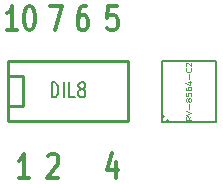
<source format=gto>
G04 (created by PCBNEW-RS274X (2011-05-25)-stable) date Wed 12 Sep 2012 12:16:03 BST*
G01*
G70*
G90*
%MOIN*%
G04 Gerber Fmt 3.4, Leading zero omitted, Abs format*
%FSLAX34Y34*%
G04 APERTURE LIST*
%ADD10C,0.006000*%
%ADD11C,0.012000*%
%ADD12C,0.007800*%
%ADD13C,0.010000*%
%ADD14C,0.004900*%
%ADD15C,0.008000*%
G04 APERTURE END LIST*
G54D10*
G54D11*
X39748Y-39104D02*
X39405Y-39104D01*
X39577Y-39104D02*
X39577Y-38304D01*
X39520Y-38418D01*
X39462Y-38494D01*
X39405Y-38532D01*
X40119Y-38304D02*
X40176Y-38304D01*
X40233Y-38342D01*
X40262Y-38380D01*
X40291Y-38456D01*
X40319Y-38609D01*
X40319Y-38799D01*
X40291Y-38951D01*
X40262Y-39028D01*
X40233Y-39066D01*
X40176Y-39104D01*
X40119Y-39104D01*
X40062Y-39066D01*
X40033Y-39028D01*
X40005Y-38951D01*
X39976Y-38799D01*
X39976Y-38609D01*
X40005Y-38456D01*
X40033Y-38380D01*
X40062Y-38342D01*
X40119Y-38304D01*
X40844Y-38304D02*
X41244Y-38304D01*
X40987Y-39104D01*
X42044Y-38304D02*
X41930Y-38304D01*
X41873Y-38342D01*
X41844Y-38380D01*
X41787Y-38494D01*
X41758Y-38647D01*
X41758Y-38951D01*
X41787Y-39028D01*
X41815Y-39066D01*
X41873Y-39104D01*
X41987Y-39104D01*
X42044Y-39066D01*
X42073Y-39028D01*
X42101Y-38951D01*
X42101Y-38761D01*
X42073Y-38685D01*
X42044Y-38647D01*
X41987Y-38609D01*
X41873Y-38609D01*
X41815Y-38647D01*
X41787Y-38685D01*
X41758Y-38761D01*
X43057Y-38304D02*
X42771Y-38304D01*
X42742Y-38685D01*
X42771Y-38647D01*
X42828Y-38609D01*
X42971Y-38609D01*
X43028Y-38647D01*
X43057Y-38685D01*
X43085Y-38761D01*
X43085Y-38951D01*
X43057Y-39028D01*
X43028Y-39066D01*
X42971Y-39104D01*
X42828Y-39104D01*
X42771Y-39066D01*
X42742Y-39028D01*
X43028Y-43491D02*
X43028Y-44025D01*
X42885Y-43187D02*
X42742Y-43758D01*
X43114Y-43758D01*
X40774Y-43301D02*
X40803Y-43263D01*
X40860Y-43225D01*
X41003Y-43225D01*
X41060Y-43263D01*
X41089Y-43301D01*
X41117Y-43377D01*
X41117Y-43453D01*
X41089Y-43568D01*
X40746Y-44025D01*
X41117Y-44025D01*
X40133Y-44025D02*
X39790Y-44025D01*
X39962Y-44025D02*
X39962Y-43225D01*
X39905Y-43339D01*
X39847Y-43415D01*
X39790Y-43453D01*
G54D12*
X44567Y-40119D02*
X46377Y-40119D01*
X46377Y-40119D02*
X46377Y-42165D01*
X44567Y-42165D02*
X46377Y-42165D01*
X44567Y-40119D02*
X44567Y-42165D01*
X44567Y-41929D02*
X44646Y-42008D01*
X44724Y-42086D02*
X44803Y-42165D01*
G54D13*
X39437Y-40642D02*
X39937Y-40642D01*
X39937Y-40642D02*
X39937Y-41642D01*
X39937Y-41642D02*
X39437Y-41642D01*
X39437Y-40142D02*
X43437Y-40142D01*
X43437Y-40142D02*
X43437Y-42142D01*
X43437Y-42142D02*
X39437Y-42142D01*
X39437Y-42142D02*
X39437Y-40142D01*
G54D11*
G54D14*
X45551Y-41978D02*
X45457Y-42043D01*
X45551Y-42090D02*
X45354Y-42090D01*
X45354Y-42015D01*
X45364Y-41996D01*
X45373Y-41987D01*
X45392Y-41978D01*
X45420Y-41978D01*
X45439Y-41987D01*
X45448Y-41996D01*
X45457Y-42015D01*
X45457Y-42090D01*
X45354Y-41921D02*
X45551Y-41856D01*
X45354Y-41790D01*
X45476Y-41724D02*
X45476Y-41574D01*
X45439Y-41452D02*
X45429Y-41471D01*
X45420Y-41480D01*
X45401Y-41489D01*
X45392Y-41489D01*
X45373Y-41480D01*
X45364Y-41471D01*
X45354Y-41452D01*
X45354Y-41414D01*
X45364Y-41396D01*
X45373Y-41386D01*
X45392Y-41377D01*
X45401Y-41377D01*
X45420Y-41386D01*
X45429Y-41396D01*
X45439Y-41414D01*
X45439Y-41452D01*
X45448Y-41471D01*
X45457Y-41480D01*
X45476Y-41489D01*
X45514Y-41489D01*
X45532Y-41480D01*
X45542Y-41471D01*
X45551Y-41452D01*
X45551Y-41414D01*
X45542Y-41396D01*
X45532Y-41386D01*
X45514Y-41377D01*
X45476Y-41377D01*
X45457Y-41386D01*
X45448Y-41396D01*
X45439Y-41414D01*
X45354Y-41198D02*
X45354Y-41292D01*
X45448Y-41301D01*
X45439Y-41292D01*
X45429Y-41273D01*
X45429Y-41226D01*
X45439Y-41208D01*
X45448Y-41198D01*
X45467Y-41189D01*
X45514Y-41189D01*
X45532Y-41198D01*
X45542Y-41208D01*
X45551Y-41226D01*
X45551Y-41273D01*
X45542Y-41292D01*
X45532Y-41301D01*
X45354Y-41020D02*
X45354Y-41057D01*
X45364Y-41076D01*
X45373Y-41085D01*
X45401Y-41104D01*
X45439Y-41113D01*
X45514Y-41113D01*
X45532Y-41104D01*
X45542Y-41095D01*
X45551Y-41076D01*
X45551Y-41038D01*
X45542Y-41020D01*
X45532Y-41010D01*
X45514Y-41001D01*
X45467Y-41001D01*
X45448Y-41010D01*
X45439Y-41020D01*
X45429Y-41038D01*
X45429Y-41076D01*
X45439Y-41095D01*
X45448Y-41104D01*
X45467Y-41113D01*
X45420Y-40832D02*
X45551Y-40832D01*
X45345Y-40879D02*
X45486Y-40925D01*
X45486Y-40804D01*
X45476Y-40728D02*
X45476Y-40578D01*
X45532Y-40372D02*
X45542Y-40381D01*
X45551Y-40409D01*
X45551Y-40428D01*
X45542Y-40456D01*
X45523Y-40475D01*
X45504Y-40484D01*
X45467Y-40493D01*
X45439Y-40493D01*
X45401Y-40484D01*
X45382Y-40475D01*
X45364Y-40456D01*
X45354Y-40428D01*
X45354Y-40409D01*
X45364Y-40381D01*
X45373Y-40372D01*
X45373Y-40296D02*
X45364Y-40287D01*
X45354Y-40268D01*
X45354Y-40221D01*
X45364Y-40203D01*
X45373Y-40193D01*
X45392Y-40184D01*
X45411Y-40184D01*
X45439Y-40193D01*
X45551Y-40306D01*
X45551Y-40184D01*
G54D15*
X40885Y-41344D02*
X40885Y-40844D01*
X40980Y-40844D01*
X41038Y-40868D01*
X41076Y-40916D01*
X41095Y-40963D01*
X41114Y-41059D01*
X41114Y-41130D01*
X41095Y-41225D01*
X41076Y-41273D01*
X41038Y-41321D01*
X40980Y-41344D01*
X40885Y-41344D01*
X41285Y-41344D02*
X41285Y-40844D01*
X41666Y-41344D02*
X41475Y-41344D01*
X41475Y-40844D01*
X41856Y-41059D02*
X41818Y-41035D01*
X41799Y-41011D01*
X41780Y-40963D01*
X41780Y-40940D01*
X41799Y-40892D01*
X41818Y-40868D01*
X41856Y-40844D01*
X41933Y-40844D01*
X41971Y-40868D01*
X41990Y-40892D01*
X42009Y-40940D01*
X42009Y-40963D01*
X41990Y-41011D01*
X41971Y-41035D01*
X41933Y-41059D01*
X41856Y-41059D01*
X41818Y-41082D01*
X41799Y-41106D01*
X41780Y-41154D01*
X41780Y-41249D01*
X41799Y-41297D01*
X41818Y-41321D01*
X41856Y-41344D01*
X41933Y-41344D01*
X41971Y-41321D01*
X41990Y-41297D01*
X42009Y-41249D01*
X42009Y-41154D01*
X41990Y-41106D01*
X41971Y-41082D01*
X41933Y-41059D01*
M02*

</source>
